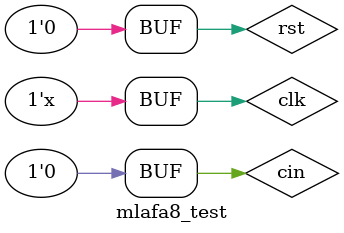
<source format=v>
`timescale 1ns/1ns

module mlafa8_test;

	reg clk;
	reg rst;
	reg cin;
	//reg [7:0] R,G,B;
	//wire [7:0] sr,sg,sb;

	top dut(clk,rst,cin);

	initial begin

		clk = 1'b0;
		rst = 1'b0;
		cin = 1'b0;

	end

	always #50 clk = ~clk;

endmodule

</source>
